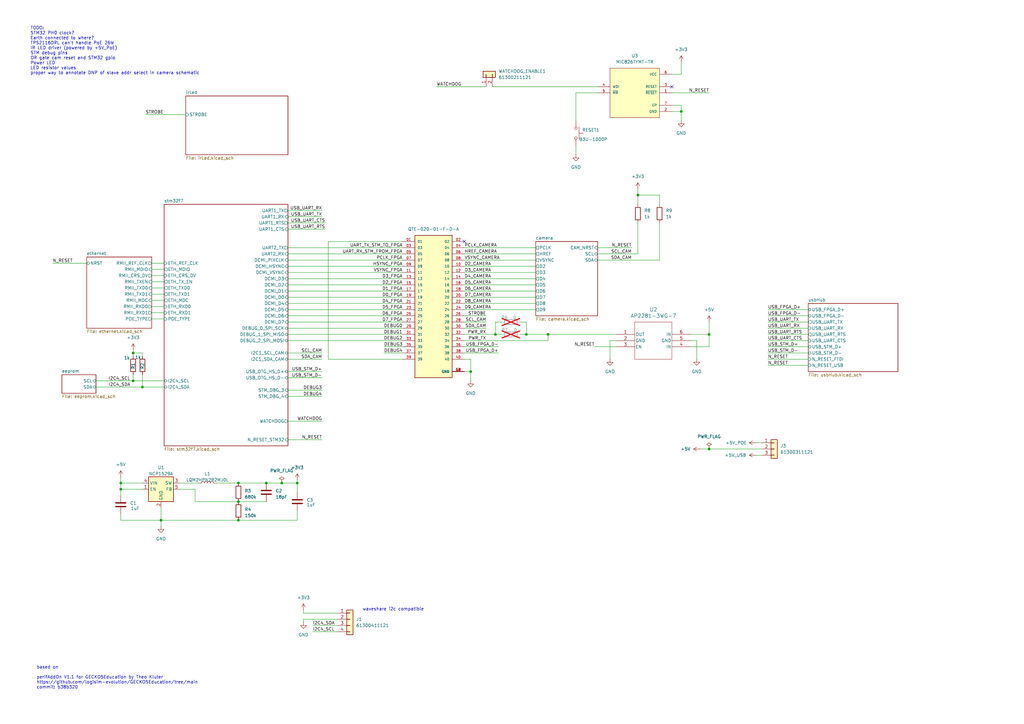
<source format=kicad_sch>
(kicad_sch (version 20231120) (generator "eeschema") (generator_version "8.0")
  (paper "A3")
  (lib_symbols
    (symbol "+5V_1" (power) (pin_numbers hide) (pin_names (offset 0) hide)
      (property "Value" "+5V" (at 0 3.556 0))
      (symbol "+5V_1_0_1"
        (polyline (pts (xy -0.762 1.27) (xy 0 2.54)))
        (polyline (pts (xy 0 0) (xy 0 2.54)))
        (polyline (pts (xy 0 2.54) (xy 0.762 1.27)))
      )
      (symbol "+5V_1_1_1"
        (pin power_in line (at 0 0 90) (length 0) (name "~") (number "1"))
      )
    )
    (symbol "+5V_2" (power) (pin_numbers hide) (pin_names (offset 0) hide)
      (property "Value" "+5V" (at 0 3.556 0))
      (symbol "+5V_2_0_1"
        (polyline (pts (xy -0.762 1.27) (xy 0 2.54)))
        (polyline (pts (xy 0 0) (xy 0 2.54)))
        (polyline (pts (xy 0 2.54) (xy 0.762 1.27)))
      )
      (symbol "+5V_2_1_1"
        (pin power_in line (at 0 0 90) (length 0) (name "~") (number "1"))
      )
    )
    (symbol "+5V_3" (power) (pin_numbers hide) (pin_names (offset 0) hide)
      (property "Value" "+5V" (at 0 3.556 0))
      (symbol "+5V_3_0_1"
        (polyline (pts (xy -0.762 1.27) (xy 0 2.54)))
        (polyline (pts (xy 0 0) (xy 0 2.54)))
        (polyline (pts (xy 0 2.54) (xy 0.762 1.27)))
      )
      (symbol "+5V_3_1_1"
        (pin power_in line (at 0 0 90) (length 0) (name "~") (number "1"))
      )
    )
    (symbol "+5V_4" (power) (pin_numbers hide) (pin_names (offset 0) hide)
      (property "Value" "+5V" (at 0 3.556 0))
      (symbol "+5V_4_0_1"
        (polyline (pts (xy -0.762 1.27) (xy 0 2.54)))
        (polyline (pts (xy 0 0) (xy 0 2.54)))
        (polyline (pts (xy 0 2.54) (xy 0.762 1.27)))
      )
      (symbol "+5V_4_1_1"
        (pin power_in line (at 0 0 90) (length 0) (name "~") (number "1"))
      )
    )
    (symbol "+5V_5" (power) (pin_numbers hide) (pin_names (offset 0) hide)
      (property "Value" "+5V" (at 0 3.556 0))
      (symbol "+5V_5_0_1"
        (polyline (pts (xy -0.762 1.27) (xy 0 2.54)))
        (polyline (pts (xy 0 0) (xy 0 2.54)))
        (polyline (pts (xy 0 2.54) (xy 0.762 1.27)))
      )
      (symbol "+5V_5_1_1"
        (pin power_in line (at 0 0 90) (length 0) (name "~") (number "1"))
      )
    )
    (symbol "AP2281-3WG-7_1" (pin_names (offset 0.254))
      (property "Reference" "U" (at 15.24 9.652 0))
      (property "Value" "AP2281-3WG-7" (at 15.494 6.604 0))
      (symbol "AP2281-3WG-7_1_0_1"
        (polyline (pts (xy 7.62 -10.16) (xy 22.86 -10.16)) (stroke (width 0.127)))
        (polyline (pts (xy 7.62 5.08) (xy 7.62 -10.16)) (stroke (width 0.127)))
        (polyline (pts (xy 22.86 -10.16) (xy 22.86 5.08)) (stroke (width 0.127)))
        (polyline (pts (xy 22.86 5.08) (xy 7.62 5.08)) (stroke (width 0.127)))
        (pin output line (at 0 0 0) (length 7.62) (name "OUT") (number "1"))
        (pin power_in line (at 0 -2.54 0) (length 7.62) (name "GND") (number "2"))
        (pin input line (at 0 -5.08 0) (length 7.62) (name "EN") (number "3"))
        (pin input line (at 30.48 -5.08 180) (length 7.62) (name "IN") (number "4"))
        (pin power_in line (at 30.48 -2.54 180) (length 7.62) (name "GND") (number "5"))
        (pin input line (at 30.48 0 180) (length 7.62) (name "IN") (number "6"))
      )
    )
    (symbol "Connector_Generic:Conn_01x02" (pin_names (offset 1.016) hide)
      (property "Reference" "J" (at 0 2.54 0))
      (property "Value" "Conn_01x02" (at 0 -5.08 0))
      (symbol "Conn_01x02_1_1"
        (rectangle (start -1.27 -2.413) (end 0 -2.667) (stroke (width 0.1524)))
        (rectangle (start -1.27 0.127) (end 0 -0.127) (stroke (width 0.1524)))
        (rectangle (start -1.27 1.27) (end 1.27 -3.81) (stroke (width 0.254)) (fill (type background)))
        (pin passive line (at -5.08 0 0) (length 3.81) (name "Pin_1") (number "1"))
        (pin passive line (at -5.08 -2.54 0) (length 3.81) (name "Pin_2") (number "2"))
      )
    )
    (symbol "Connector_Generic:Conn_01x03" (pin_names (offset 1.016) hide)
      (property "Reference" "J" (at 0 5.08 0))
      (property "Value" "Conn_01x03" (at 0 -5.08 0))
      (symbol "Conn_01x03_1_1"
        (rectangle (start -1.27 -2.413) (end 0 -2.667) (stroke (width 0.1524)))
        (rectangle (start -1.27 0.127) (end 0 -0.127) (stroke (width 0.1524)))
        (rectangle (start -1.27 2.667) (end 0 2.413) (stroke (width 0.1524)))
        (rectangle (start -1.27 3.81) (end 1.27 -3.81) (stroke (width 0.254)) (fill (type background)))
        (pin passive line (at -5.08 2.54 0) (length 3.81) (name "Pin_1") (number "1"))
        (pin passive line (at -5.08 0 0) (length 3.81) (name "Pin_2") (number "2"))
        (pin passive line (at -5.08 -2.54 0) (length 3.81) (name "Pin_3") (number "3"))
      )
    )
    (symbol "Connector_Generic:Conn_01x04" (pin_names (offset 1.016) hide)
      (property "Reference" "J" (at 0 5.08 0))
      (property "Value" "Conn_01x04" (at 0 -7.62 0))
      (symbol "Conn_01x04_1_1"
        (rectangle (start -1.27 -4.953) (end 0 -5.207) (stroke (width 0.1524)))
        (rectangle (start -1.27 -2.413) (end 0 -2.667) (stroke (width 0.1524)))
        (rectangle (start -1.27 0.127) (end 0 -0.127) (stroke (width 0.1524)))
        (rectangle (start -1.27 2.667) (end 0 2.413) (stroke (width 0.1524)))
        (rectangle (start -1.27 3.81) (end 1.27 -6.35) (stroke (width 0.254)) (fill (type background)))
        (pin passive line (at -5.08 2.54 0) (length 3.81) (name "Pin_1") (number "1"))
        (pin passive line (at -5.08 0 0) (length 3.81) (name "Pin_2") (number "2"))
        (pin passive line (at -5.08 -2.54 0) (length 3.81) (name "Pin_3") (number "3"))
        (pin passive line (at -5.08 -5.08 0) (length 3.81) (name "Pin_4") (number "4"))
      )
    )
    (symbol "Device:C" (pin_numbers hide) (pin_names (offset 0.254))
      (property "Reference" "C" (at 0.635 2.54 0))
      (property "Value" "C" (at 0.635 -2.54 0))
      (symbol "C_0_1"
        (polyline (pts (xy -2.032 -0.762) (xy 2.032 -0.762)) (stroke (width 0.508)))
        (polyline (pts (xy -2.032 0.762) (xy 2.032 0.762)) (stroke (width 0.508)))
      )
      (symbol "C_1_1"
        (pin passive line (at 0 3.81 270) (length 2.794) (name "~") (number "1"))
        (pin passive line (at 0 -3.81 90) (length 2.794) (name "~") (number "2"))
      )
    )
    (symbol "Device:L" (pin_numbers hide) (pin_names (offset 1.016) hide)
      (property "Reference" "L" (at -1.27 0 90))
      (property "Value" "L" (at 1.905 0 90))
      (symbol "L_0_1"
        (arc (start 0 -2.54) (mid 0.6323 -1.905) (end 0 -1.27))
        (arc (start 0 -1.27) (mid 0.6323 -0.635) (end 0 0))
        (arc (start 0 0) (mid 0.6323 0.635) (end 0 1.27))
        (arc (start 0 1.27) (mid 0.6323 1.905) (end 0 2.54))
      )
      (symbol "L_1_1"
        (pin passive line (at 0 3.81 270) (length 1.27) (name "1") (number "1"))
        (pin passive line (at 0 -3.81 90) (length 1.27) (name "2") (number "2"))
      )
    )
    (symbol "Device:R" (pin_numbers hide) (pin_names (offset 0))
      (property "Reference" "R" (at 2.032 0 90))
      (property "Value" "R" (at 0 0 90))
      (symbol "R_0_1"
        (rectangle (start -1.016 -2.54) (end 1.016 2.54) (stroke (width 0.254)))
      )
      (symbol "R_1_1"
        (pin passive line (at 0 3.81 270) (length 1.27) (name "~") (number "1"))
        (pin passive line (at 0 -3.81 90) (length 1.27) (name "~") (number "2"))
      )
    )
    (symbol "GND_3" (power) (pin_numbers hide) (pin_names (offset 0) hide)
      (property "Value" "GND" (at 0 -3.81 0))
      (symbol "GND_3_0_1"
        (polyline (pts (xy 0 0) (xy 0 -1.27) (xy 1.27 -1.27) (xy 0 -2.54) (xy -1.27 -1.27) (xy 0 -1.27)))
      )
      (symbol "GND_3_1_1"
        (pin power_in line (at 0 0 270) (length 0) (name "~") (number "1"))
      )
    )
    (symbol "Regulator_Switching:NCP1529A"
      (property "Reference" "U" (at -5.08 6.35 0))
      (property "Value" "NCP1529A" (at 0 6.35 0))
      (symbol "NCP1529A_0_1"
        (rectangle (start -5.08 5.08) (end 5.08 -5.08) (stroke (width 0.254)) (fill (type background)))
      )
      (symbol "NCP1529A_1_1"
        (pin input line (at -7.62 0 0) (length 2.54) (name "EN") (number "1"))
        (pin power_in line (at 0 -7.62 90) (length 2.54) (name "GND") (number "2"))
        (pin power_out line (at 7.62 2.54 180) (length 2.54) (name "SW") (number "3"))
        (pin power_in line (at -7.62 2.54 0) (length 2.54) (name "VIN") (number "4"))
        (pin input line (at 7.62 0 180) (length 2.54) (name "FB") (number "5"))
      )
    )
    (symbol "Switch:SW_Push" (pin_numbers hide) (pin_names (offset 1.016) hide)
      (property "Reference" "SW" (at 1.27 2.54 0))
      (property "Value" "SW_Push" (at 0 -1.524 0))
      (symbol "SW_Push_0_1"
        (circle (center -2.032 0) (radius 0.508))
        (polyline (pts (xy 0 1.27) (xy 0 3.048)))
        (polyline (pts (xy 2.54 1.27) (xy -2.54 1.27)))
        (circle (center 2.032 0) (radius 0.508))
        (pin passive line (at -5.08 0 0) (length 2.54) (name "1") (number "1"))
        (pin passive line (at 5.08 0 180) (length 2.54) (name "2") (number "2"))
      )
    )
    (symbol "power:+3V3" (power) (pin_numbers hide) (pin_names (offset 0) hide)
      (property "Value" "+3V3" (at 0 3.556 0))
      (symbol "+3V3_0_1"
        (polyline (pts (xy -0.762 1.27) (xy 0 2.54)))
        (polyline (pts (xy 0 0) (xy 0 2.54)))
        (polyline (pts (xy 0 2.54) (xy 0.762 1.27)))
      )
      (symbol "+3V3_1_1"
        (pin power_in line (at 0 0 90) (length 0) (name "~") (number "1"))
      )
    )
    (symbol "power:PWR_FLAG" (power) (pin_numbers hide) (pin_names (offset 0) hide)
      (property "Value" "PWR_FLAG" (at 0 3.81 0))
      (symbol "PWR_FLAG_0_0"
        (pin power_out line (at 0 0 90) (length 0) (name "~") (number "1"))
      )
      (symbol "PWR_FLAG_0_1"
        (polyline (pts (xy 0 0) (xy 0 1.27) (xy -1.016 1.905) (xy 0 2.54) (xy 1.016 1.905) (xy 0 1.27)))
      )
    )
    (symbol "visionAddOn:MIC826TYMT-TR" (pin_names (offset 1.016))
      (property "Reference" "U" (at -10.16 10.922 0))
      (property "Value" "MIC826TYMT-TR" (at -10.16 -12.7 0))
      (symbol "MIC826TYMT-TR_0_0"
        (rectangle (start -10.16 -10.16) (end 10.16 10.16) (stroke (width 0.1524)) (fill (type background)))
        (pin output line (at 15.24 0 180) (length 5.08) (name "~{RESET}") (number "1"))
        (pin power_in line (at 15.24 -7.62 180) (length 5.08) (name "GND") (number "2"))
        (pin output line (at 15.24 2.54 180) (length 5.08) (name "RESET") (number "3"))
        (pin input line (at -15.24 2.54 0) (length 5.08) (name "WDI") (number "4"))
        (pin input line (at -15.24 0 0) (length 5.08) (name "~{MR}") (number "5"))
        (pin power_in line (at 15.24 7.62 180) (length 5.08) (name "VCC") (number "6"))
        (pin power_in line (at 15.24 -5.08 180) (length 5.08) (name "EP") (number "7"))
      )
    )
    (symbol "visionAddOn:QTE-020-01-X-D-A" (pin_names (offset 1.016))
      (property "Reference" "J" (at -7.62 28.702 0))
      (property "Value" "QTE-020-01-X-D-A" (at -7.62 -31.242 0))
      (symbol "QTE-020-01-X-D-A_0_0"
        (rectangle (start -7.62 27.94) (end 7.62 -30.48) (stroke (width 0.254)) (fill (type background)))
        (pin passive line (at -12.7 25.4 0) (length 5.08) (name "01") (number "01"))
        (pin passive line (at 12.7 25.4 180) (length 5.08) (name "02") (number "02"))
        (pin passive line (at -12.7 22.86 0) (length 5.08) (name "03") (number "03"))
        (pin passive line (at 12.7 22.86 180) (length 5.08) (name "04") (number "04"))
        (pin passive line (at -12.7 20.32 0) (length 5.08) (name "05") (number "05"))
        (pin passive line (at 12.7 20.32 180) (length 5.08) (name "06") (number "06"))
        (pin passive line (at -12.7 17.78 0) (length 5.08) (name "07") (number "07"))
        (pin passive line (at 12.7 17.78 180) (length 5.08) (name "08") (number "08"))
        (pin passive line (at -12.7 15.24 0) (length 5.08) (name "09") (number "09"))
        (pin passive line (at 12.7 15.24 180) (length 5.08) (name "10") (number "10"))
        (pin passive line (at -12.7 12.7 0) (length 5.08) (name "11") (number "11"))
        (pin passive line (at 12.7 12.7 180) (length 5.08) (name "12") (number "12"))
        (pin passive line (at -12.7 10.16 0) (length 5.08) (name "13") (number "13"))
        (pin passive line (at 12.7 10.16 180) (length 5.08) (name "14") (number "14"))
        (pin passive line (at -12.7 7.62 0) (length 5.08) (name "15") (number "15"))
        (pin passive line (at 12.7 7.62 180) (length 5.08) (name "16") (number "16"))
        (pin passive line (at -12.7 5.08 0) (length 5.08) (name "17") (number "17"))
        (pin passive line (at 12.7 5.08 180) (length 5.08) (name "18") (number "18"))
        (pin passive line (at -12.7 2.54 0) (length 5.08) (name "19") (number "19"))
        (pin passive line (at 12.7 2.54 180) (length 5.08) (name "20") (number "20"))
        (pin passive line (at -12.7 0 0) (length 5.08) (name "21") (number "21"))
        (pin passive line (at 12.7 0 180) (length 5.08) (name "22") (number "22"))
        (pin passive line (at -12.7 -2.54 0) (length 5.08) (name "23") (number "23"))
        (pin passive line (at 12.7 -2.54 180) (length 5.08) (name "24") (number "24"))
        (pin passive line (at -12.7 -5.08 0) (length 5.08) (name "25") (number "25"))
        (pin passive line (at 12.7 -5.08 180) (length 5.08) (name "26") (number "26"))
        (pin passive line (at -12.7 -7.62 0) (length 5.08) (name "27") (number "27"))
        (pin passive line (at 12.7 -7.62 180) (length 5.08) (name "28") (number "28"))
        (pin passive line (at -12.7 -10.16 0) (length 5.08) (name "29") (number "29"))
        (pin passive line (at 12.7 -10.16 180) (length 5.08) (name "30") (number "30"))
        (pin passive line (at -12.7 -12.7 0) (length 5.08) (name "31") (number "31"))
        (pin passive line (at 12.7 -12.7 180) (length 5.08) (name "32") (number "32"))
        (pin passive line (at -12.7 -15.24 0) (length 5.08) (name "33") (number "33"))
        (pin passive line (at 12.7 -15.24 180) (length 5.08) (name "34") (number "34"))
        (pin passive line (at -12.7 -17.78 0) (length 5.08) (name "35") (number "35"))
        (pin passive line (at 12.7 -17.78 180) (length 5.08) (name "36") (number "36"))
        (pin passive line (at -12.7 -20.32 0) (length 5.08) (name "37") (number "37"))
        (pin passive line (at 12.7 -20.32 180) (length 5.08) (name "38") (number "38"))
        (pin passive line (at -12.7 -22.86 0) (length 5.08) (name "39") (number "39"))
        (pin passive line (at 12.7 -22.86 180) (length 5.08) (name "40") (number "40"))
        (pin power_in line (at 12.7 -27.94 180) (length 5.08) (name "GND") (number "G1"))
        (pin power_in line (at 12.7 -27.94 180) (length 5.08) (name "GND") (number "G2"))
        (pin power_in line (at 12.7 -27.94 180) (length 5.08) (name "GND") (number "G3"))
        (pin power_in line (at 12.7 -27.94 180) (length 5.08) (name "GND") (number "G4"))
      )
    )
  )
  (junction (at 224.79 137.16))
  (junction (at 49.53 200.66))
  (junction (at 97.79 213.36))
  (junction (at 290.83 137.16))
  (junction (at 66.04 213.36))
  (junction (at 279.4 45.72))
  (junction (at 290.83 184.15))
  (junction (at 193.04 152.4))
  (junction (at 109.22 198.12))
  (junction (at 121.92 198.12))
  (junction (at 261.62 80.01))
  (junction (at 97.79 198.12))
  (junction (at 115.57 198.12))
  (junction (at 97.79 205.74))
  (junction (at 49.53 198.12))
  (junction (at 215.9 137.16))
  (junction (at 54.61 156.21))
  (junction (at 58.42 158.75))
  (junction (at 54.61 144.78))
  (junction (at 203.2 137.16))
  (no_connect (at 275.59 35.56))
  (no_connect (at 190.5 99.06))
  (wire (pts (xy 157.48 144.78) (xy 165.1 144.78)))
  (wire (pts (xy 62.23 130.81) (xy 67.31 130.81)))
  (wire (pts (xy 59.69 46.99) (xy 76.2 46.99)))
  (wire (pts (xy 134.62 147.32) (xy 165.1 147.32)))
  (wire (pts (xy 58.42 158.75) (xy 67.31 158.75)))
  (wire (pts (xy 279.4 45.72) (xy 275.59 45.72)))
  (wire (pts (xy 54.61 156.21) (xy 67.31 156.21)))
  (wire (pts (xy 314.96 134.62) (xy 331.47 134.62)))
  (wire (pts (xy 314.96 142.24) (xy 331.47 142.24)))
  (wire (pts (xy 118.11 152.4) (xy 132.08 152.4)))
  (wire (pts (xy 215.9 132.08) (xy 215.9 137.16)))
  (wire (pts (xy 118.11 172.72) (xy 132.08 172.72)))
  (wire (pts (xy 128.27 259.08) (xy 138.43 259.08)))
  (wire (pts (xy 118.11 114.3) (xy 165.1 114.3)))
  (wire (pts (xy 261.62 77.47) (xy 261.62 80.01)))
  (wire (pts (xy 66.04 215.9) (xy 66.04 213.36)))
  (wire (pts (xy 190.5 106.68) (xy 219.71 106.68)))
  (wire (pts (xy 80.01 200.66) (xy 80.01 205.74)))
  (wire (pts (xy 58.42 200.66) (xy 49.53 200.66)))
  (wire (pts (xy 62.23 118.11) (xy 67.31 118.11)))
  (wire (pts (xy 236.22 38.1) (xy 245.11 38.1)))
  (wire (pts (xy 314.96 132.08) (xy 331.47 132.08)))
  (wire (pts (xy 124.46 254) (xy 138.43 254)))
  (wire (pts (xy 193.04 152.4) (xy 193.04 156.21)))
  (wire (pts (xy 118.11 109.22) (xy 165.1 109.22)))
  (wire (pts (xy 190.5 119.38) (xy 219.71 119.38)))
  (wire (pts (xy 215.9 137.16) (xy 224.79 137.16)))
  (wire (pts (xy 121.92 213.36) (xy 97.79 213.36)))
  (wire (pts (xy 49.53 198.12) (xy 49.53 200.66)))
  (wire (pts (xy 309.88 181.61) (xy 312.42 181.61)))
  (wire (pts (xy 204.47 144.78) (xy 190.5 144.78)))
  (wire (pts (xy 290.83 184.15) (xy 312.42 184.15)))
  (wire (pts (xy 190.5 104.14) (xy 219.71 104.14)))
  (wire (pts (xy 62.23 120.65) (xy 67.31 120.65)))
  (wire (pts (xy 190.5 147.32) (xy 193.04 147.32)))
  (wire (pts (xy 250.19 139.7) (xy 250.19 147.32)))
  (wire (pts (xy 190.5 101.6) (xy 219.71 101.6)))
  (wire (pts (xy 190.5 111.76) (xy 219.71 111.76)))
  (wire (pts (xy 121.92 198.12) (xy 115.57 198.12)))
  (wire (pts (xy 49.53 195.58) (xy 49.53 198.12)))
  (wire (pts (xy 134.62 99.06) (xy 134.62 147.32)))
  (wire (pts (xy 49.53 213.36) (xy 66.04 213.36)))
  (wire (pts (xy 236.22 38.1) (xy 236.22 49.53)))
  (wire (pts (xy 287.02 184.15) (xy 290.83 184.15)))
  (wire (pts (xy 49.53 210.82) (xy 49.53 213.36)))
  (wire (pts (xy 62.23 110.49) (xy 67.31 110.49)))
  (wire (pts (xy 118.11 139.7) (xy 165.1 139.7)))
  (wire (pts (xy 62.23 128.27) (xy 67.31 128.27)))
  (wire (pts (xy 314.96 129.54) (xy 331.47 129.54)))
  (wire (pts (xy 21.59 107.95) (xy 35.56 107.95)))
  (wire (pts (xy 66.04 208.28) (xy 66.04 213.36)))
  (wire (pts (xy 190.5 139.7) (xy 224.79 139.7)))
  (wire (pts (xy 275.59 30.48) (xy 279.4 30.48)))
  (wire (pts (xy 62.23 113.03) (xy 67.31 113.03)))
  (wire (pts (xy 118.11 127) (xy 165.1 127)))
  (wire (pts (xy 279.4 43.18) (xy 279.4 45.72)))
  (wire (pts (xy 97.79 205.74) (xy 109.22 205.74)))
  (wire (pts (xy 270.51 80.01) (xy 270.51 83.82)))
  (wire (pts (xy 314.96 127) (xy 331.47 127)))
  (wire (pts (xy 309.88 186.69) (xy 312.42 186.69)))
  (wire (pts (xy 39.37 156.21) (xy 54.61 156.21)))
  (wire (pts (xy 213.36 132.08) (xy 215.9 132.08)))
  (wire (pts (xy 245.11 106.68) (xy 270.51 106.68)))
  (wire (pts (xy 62.23 115.57) (xy 67.31 115.57)))
  (wire (pts (xy 224.79 137.16) (xy 252.73 137.16)))
  (wire (pts (xy 39.37 158.75) (xy 58.42 158.75)))
  (wire (pts (xy 213.36 137.16) (xy 215.9 137.16)))
  (wire (pts (xy 121.92 209.55) (xy 121.92 213.36)))
  (wire (pts (xy 58.42 144.78) (xy 58.42 146.05)))
  (wire (pts (xy 121.92 201.93) (xy 121.92 198.12)))
  (wire (pts (xy 193.04 147.32) (xy 193.04 152.4)))
  (wire (pts (xy 190.5 116.84) (xy 219.71 116.84)))
  (wire (pts (xy 62.23 107.95) (xy 67.31 107.95)))
  (wire (pts (xy 205.74 132.08) (xy 203.2 132.08)))
  (wire (pts (xy 261.62 80.01) (xy 270.51 80.01)))
  (wire (pts (xy 275.59 43.18) (xy 279.4 43.18)))
  (wire (pts (xy 203.2 132.08) (xy 203.2 137.16)))
  (wire (pts (xy 118.11 180.34) (xy 132.08 180.34)))
  (wire (pts (xy 157.48 142.24) (xy 165.1 142.24)))
  (wire (pts (xy 279.4 30.48) (xy 279.4 25.4)))
  (wire (pts (xy 118.11 124.46) (xy 165.1 124.46)))
  (wire (pts (xy 279.4 45.72) (xy 279.4 49.53)))
  (wire (pts (xy 245.11 101.6) (xy 259.08 101.6)))
  (wire (pts (xy 97.79 198.12) (xy 109.22 198.12)))
  (wire (pts (xy 199.39 132.08) (xy 190.5 132.08)))
  (wire (pts (xy 283.21 139.7) (xy 285.75 139.7)))
  (wire (pts (xy 190.5 124.46) (xy 219.71 124.46)))
  (wire (pts (xy 118.11 134.62) (xy 165.1 134.62)))
  (wire (pts (xy 118.11 160.02) (xy 132.08 160.02)))
  (wire (pts (xy 314.96 139.7) (xy 331.47 139.7)))
  (wire (pts (xy 118.11 93.98) (xy 133.35 93.98)))
  (wire (pts (xy 290.83 142.24) (xy 283.21 142.24)))
  (wire (pts (xy 118.11 111.76) (xy 165.1 111.76)))
  (wire (pts (xy 236.22 59.69) (xy 236.22 63.5)))
  (wire (pts (xy 118.11 154.94) (xy 132.08 154.94)))
  (wire (pts (xy 62.23 123.19) (xy 67.31 123.19)))
  (wire (pts (xy 118.11 119.38) (xy 165.1 119.38)))
  (wire (pts (xy 285.75 139.7) (xy 285.75 147.32)))
  (wire (pts (xy 190.5 121.92) (xy 219.71 121.92)))
  (wire (pts (xy 261.62 91.44) (xy 261.62 104.14)))
  (wire (pts (xy 118.11 116.84) (xy 165.1 116.84)))
  (wire (pts (xy 73.66 198.12) (xy 81.28 198.12)))
  (wire (pts (xy 118.11 129.54) (xy 165.1 129.54)))
  (wire (pts (xy 190.5 114.3) (xy 219.71 114.3)))
  (wire (pts (xy 62.23 125.73) (xy 67.31 125.73)))
  (wire (pts (xy 128.27 256.54) (xy 138.43 256.54)))
  (wire (pts (xy 134.62 99.06) (xy 165.1 99.06)))
  (wire (pts (xy 54.61 143.51) (xy 54.61 144.78)))
  (wire (pts (xy 118.11 91.44) (xy 133.35 91.44)))
  (wire (pts (xy 124.46 255.27) (xy 124.46 254)))
  (wire (pts (xy 124.46 251.46) (xy 138.43 251.46)))
  (wire (pts (xy 49.53 198.12) (xy 58.42 198.12)))
  (wire (pts (xy 245.11 104.14) (xy 261.62 104.14)))
  (wire (pts (xy 118.11 88.9) (xy 132.08 88.9)))
  (wire (pts (xy 118.11 147.32) (xy 132.08 147.32)))
  (wire (pts (xy 118.11 101.6) (xy 165.1 101.6)))
  (wire (pts (xy 190.5 109.22) (xy 219.71 109.22)))
  (wire (pts (xy 73.66 200.66) (xy 80.01 200.66)))
  (wire (pts (xy 66.04 213.36) (xy 97.79 213.36)))
  (wire (pts (xy 179.07 35.56) (xy 199.39 35.56)))
  (wire (pts (xy 261.62 83.82) (xy 261.62 80.01)))
  (wire (pts (xy 88.9 198.12) (xy 97.79 198.12)))
  (wire (pts (xy 203.2 137.16) (xy 205.74 137.16)))
  (wire (pts (xy 201.93 35.56) (xy 245.11 35.56)))
  (wire (pts (xy 118.11 162.56) (xy 132.08 162.56)))
  (wire (pts (xy 121.92 196.85) (xy 121.92 198.12)))
  (wire (pts (xy 118.11 121.92) (xy 165.1 121.92)))
  (wire (pts (xy 199.39 134.62) (xy 190.5 134.62)))
  (wire (pts (xy 270.51 91.44) (xy 270.51 106.68)))
  (wire (pts (xy 118.11 86.36) (xy 132.08 86.36)))
  (wire (pts (xy 118.11 106.68) (xy 165.1 106.68)))
  (wire (pts (xy 54.61 144.78) (xy 58.42 144.78)))
  (wire (pts (xy 80.01 205.74) (xy 97.79 205.74)))
  (wire (pts (xy 314.96 149.86) (xy 331.47 149.86)))
  (wire (pts (xy 118.11 132.08) (xy 165.1 132.08)))
  (wire (pts (xy 124.46 250.19) (xy 124.46 251.46)))
  (wire (pts (xy 190.5 127) (xy 219.71 127)))
  (wire (pts (xy 314.96 147.32) (xy 331.47 147.32)))
  (wire (pts (xy 190.5 137.16) (xy 203.2 137.16)))
  (wire (pts (xy 252.73 139.7) (xy 250.19 139.7)))
  (wire (pts (xy 314.96 144.78) (xy 331.47 144.78)))
  (wire (pts (xy 118.11 144.78) (xy 132.08 144.78)))
  (wire (pts (xy 58.42 153.67) (xy 58.42 158.75)))
  (wire (pts (xy 118.11 104.14) (xy 165.1 104.14)))
  (wire (pts (xy 204.47 142.24) (xy 190.5 142.24)))
  (wire (pts (xy 54.61 144.78) (xy 54.61 146.05)))
  (wire (pts (xy 199.39 129.54) (xy 190.5 129.54)))
  (wire (pts (xy 290.83 137.16) (xy 290.83 142.24)))
  (wire (pts (xy 49.53 200.66) (xy 49.53 203.2)))
  (wire (pts (xy 275.59 38.1) (xy 290.83 38.1)))
  (wire (pts (xy 190.5 152.4) (xy 193.04 152.4)))
  (wire (pts (xy 283.21 137.16) (xy 290.83 137.16)))
  (wire (pts (xy 224.79 137.16) (xy 224.79 139.7)))
  (wire (pts (xy 243.84 142.24) (xy 252.73 142.24)))
  (wire (pts (xy 290.83 132.08) (xy 290.83 137.16)))
  (wire (pts (xy 118.11 137.16) (xy 165.1 137.16)))
  (wire (pts (xy 54.61 153.67) (xy 54.61 156.21)))
  (wire (pts (xy 115.57 198.12) (xy 109.22 198.12)))
  (wire (pts (xy 314.96 137.16) (xy 331.47 137.16)))
  (text "waveshare i2c compatible\n" (at 161.29 249.936 0) (effects (font (size 1.27 1.27))))
  (text "TODO:\nSTM32 PH0 clock?\nEarth connected to where?\nTPS2116DRL can't handle PoE 26W\nIR LED driver (powered by +5V_PoE)\nSTM debug pins\nOR gate cam reset and STM32 gpio\nPower LED\nLED resistor values\nproper way to annotate DNP of slave addr select in camera schematic" (at 12.446 20.828 0) (effects (font (size 1.27 1.27)) (justify left)))
  (text "based on\n\nperifAddOn V1.1 for GECKO5Education by Theo Kluter\nhttps://github.com/logisim-evolution/GECKO5Education/tree/main\ncommit: b38b320" (at 14.986 277.876 0) (effects (font (size 1.27 1.27)) (justify left)))
  (label "UART_RX_STM_FROM_FPGA" (at 165.1 104.14 180))
  (label "D5_CAMERA" (at 190.5 116.84 0))
  (label "SDA_CAM" (at 259.08 106.68 180))
  (label "HSYNC_FPGA" (at 165.1 109.22 180))
  (label "USB_UART_RTS" (at 133.35 93.98 180))
  (label "N_RESET" (at 314.96 147.32 0))
  (label "N_RESET" (at 314.96 149.86 0))
  (label "HREF_CAMERA" (at 190.5 104.14 0))
  (label "SDA_CAM" (at 199.39 134.62 180))
  (label "USB_STM_D-" (at 314.96 144.78 0))
  (label "DEBUG2" (at 165.1 139.7 180))
  (label "DEBUG3" (at 132.08 160.02 180))
  (label "STROBE" (at 59.69 46.99 0))
  (label "USB_STM_D+" (at 132.08 152.4 180))
  (label "DEBUG4" (at 132.08 162.56 180))
  (label "USB_STM_D-" (at 132.08 154.94 180))
  (label "DEBUG4" (at 157.48 144.78 0))
  (label "USB_STM_D+" (at 314.96 142.24 0))
  (label "D9_CAMERA" (at 190.5 127 0))
  (label "USB_UART_RTS" (at 314.96 137.16 0))
  (label "D8_CAMERA" (at 190.5 124.46 0))
  (label "PWR_RX" (at 199.39 137.16 180))
  (label "D0_FPGA" (at 165.1 121.92 180))
  (label "USB_FPGA_D-" (at 204.47 142.24 180))
  (label "USB_FPGA_D-" (at 314.96 129.54 0))
  (label "D7_CAMERA" (at 190.5 121.92 0))
  (label "D6_FPGA" (at 165.1 129.54 180))
  (label "D6_CAMERA" (at 190.5 119.38 0))
  (label "PCLK_CAMERA" (at 190.5 101.6 0))
  (label "I2C4_SCL" (at 44.45 156.21 0))
  (label "SDA_CAM" (at 132.08 147.32 180))
  (label "USB_UART_CTS" (at 314.96 139.7 0))
  (label "USB_FPGA_D+" (at 314.96 127 0))
  (label "DEBUG1" (at 165.1 137.16 180))
  (label "USB_FPGA_D+" (at 204.47 144.78 180))
  (label "WATCHDOG" (at 179.07 35.56 0))
  (label "USB_UART_RX" (at 314.96 134.62 0))
  (label "D5_FPGA" (at 165.1 127 180))
  (label "N_RESET" (at 259.08 101.6 180))
  (label "USB_UART_CTS" (at 133.35 91.44 180))
  (label "UART_TX_STM_TO_FPGA" (at 165.1 101.6 180))
  (label "I2C4_SDA" (at 44.45 158.75 0))
  (label "D2_FPGA" (at 165.1 116.84 180))
  (label "D3_FPGA" (at 165.1 114.3 180))
  (label "SCL_CAM" (at 132.08 144.78 180))
  (label "USB_UART_RX" (at 132.08 86.36 180))
  (label "PWR_TX" (at 199.39 139.7 180))
  (label "SCL_CAM" (at 199.39 132.08 180))
  (label "D4_FPGA" (at 165.1 124.46 180))
  (label "VSYNC_FPGA" (at 165.1 111.76 180))
  (label "N_RESET" (at 290.83 38.1 180))
  (label "D3_CAMERA" (at 190.5 111.76 0))
  (label "N_RESET" (at 132.08 180.34 180))
  (label "WATCHDOG" (at 132.08 172.72 180))
  (label "N_RESET" (at 243.84 142.24 180))
  (label "D2_CAMERA" (at 190.5 109.22 0))
  (label "SCL_CAM" (at 259.08 104.14 180))
  (label "DEBUG0" (at 165.1 134.62 180))
  (label "DEBUG3" (at 157.48 142.24 0))
  (label "D1_FPGA" (at 165.1 119.38 180))
  (label "USB_UART_TX" (at 132.08 88.9 180))
  (label "PCLK_FPGA" (at 165.1 106.68 180))
  (label "VSYNC_CAMERA" (at 190.5 106.68 0))
  (label "D7_FPGA" (at 165.1 132.08 180))
  (label "STROBE" (at 199.39 129.54 180))
  (label "USB_UART_TX" (at 314.96 132.08 0))
  (label "D4_CAMERA" (at 190.5 114.3 0))
  (label "I2C4_SDA" (at 128.27 256.54 0))
  (label "N_RESET" (at 21.59 107.95 0))
  (label "I2C4_SCL" (at 128.27 259.08 0))
  (symbol (lib_id "power:+3V3") (at 279.4 25.4 0) (unit 1)
    (property "Reference" "#PWR012" (effects (hide yes)))
    (property "Value" "+3V3" (at 279.4 20.32 0))
    (property "Description" "Power symbol creates a global label with name \"+3V3\"" (effects (hide yes)))
  )
  (symbol (lib_id "power:+3V3") (at 54.61 143.51 0) (unit 1)
    (property "Reference" "#PWR02" (effects (hide yes)))
    (property "Value" "+3V3" (at 54.61 138.43 0))
    (property "Description" "Power symbol creates a global label with name \"+3V3\"" (effects (hide yes)))
  )
  (symbol (lib_name "GND_3") (lib_id "power:GND") (at 193.04 156.21 0) (unit 1)
    (property "Reference" "#PWR08" (effects (hide yes)))
    (property "Value" "GND" (at 193.04 161.29 0))
    (property "Description" "Power symbol creates a global label with name \"GND\" , ground" (effects (hide yes)))
  )
  (symbol (lib_id "Device:R") (at 261.62 87.63 0) (unit 1)
    (property "Reference" "R8" (at 264.16 86.3599 0) (effects (justify left)))
    (property "Value" "1k" (at 264.16 88.8999 0) (effects (justify left)))
    (property "Footprint" "Resistor_SMD:R_0402_1005Metric" (effects (hide yes)))
    (property "Description" "Resistor" (effects (hide yes)))
    (property "DigiKey-Partnumber" "311-1.0KJRTR-ND" (effects (hide yes)))
    (property "CUBUS" "1K RESC1005X35" (effects (hide yes)))
  )
  (symbol (lib_id "power:+3V3") (at 261.62 77.47 0) (unit 1)
    (property "Reference" "#PWR011" (effects (hide yes)))
    (property "Value" "+3V3" (at 261.62 72.39 0))
    (property "Description" "Power symbol creates a global label with name \"+3V3\"" (effects (hide yes)))
  )
  (symbol (lib_id "Device:R") (at 209.55 132.08 90) (unit 1) (dnp yes)
    (property "Reference" "R6" (at 208.28 129.54 90) (effects (justify left bottom)))
    (property "Value" "0" (at 211.836 129.54 90) (effects (justify left bottom)))
    (property "Footprint" "Resistor_SMD:R_0402_1005Metric" (effects (hide yes)))
    (property "Manufacturer" "Panasonic" (effects (hide yes)))
    (property "DigiKey-Partnumber" "311-0.0JRTR-ND" (effects (hide yes)))
    (property "CUBUS" "0 RESC1005X35" (effects (hide yes)))
  )
  (symbol (lib_name "+5V_3") (lib_id "power:+5V") (at 309.88 186.69 90) (unit 1)
    (property "Reference" "#PWR018" (effects (hide yes)))
    (property "Value" "+5V_USB" (at 306.07 186.69 90) (effects (justify left)))
    (property "Description" "Power symbol creates a global label with name \"+5V\"" (effects (hide yes)))
  )
  (symbol (lib_id "Device:C") (at 121.92 205.74 0) (unit 1)
    (property "Reference" "C3" (at 125.73 205.105 0) (effects (justify left)))
    (property "Value" "1uF" (at 125.73 207.01 0) (effects (justify left)))
    (property "Footprint" "Capacitor_SMD:C_0603_1608Metric" (effects (hide yes)))
    (property "DigiKey-Partnumber" "445-4112-2-ND" (effects (hide yes)))
    (property "CUBUS" "1U CAPC1608X80" (effects (hide yes)))
  )
  (symbol (lib_id "Device:R") (at 270.51 87.63 0) (unit 1)
    (property "Reference" "R9" (at 273.05 86.3599 0) (effects (justify left)))
    (property "Value" "1k" (at 273.05 88.8999 0) (effects (justify left)))
    (property "Footprint" "Resistor_SMD:R_0402_1005Metric" (effects (hide yes)))
    (property "Description" "Resistor" (effects (hide yes)))
    (property "DigiKey-Partnumber" "311-1.0KJRTR-ND" (effects (hide yes)))
    (property "CUBUS" "1K RESC1005X35" (effects (hide yes)))
  )
  (symbol (lib_id "Device:C") (at 49.53 207.01 0) (unit 1)
    (property "Reference" "C1" (at 53.34 206.375 0) (effects (justify left)))
    (property "Value" "1uF" (at 53.594 208.534 0) (effects (justify left)))
    (property "Footprint" "Capacitor_SMD:C_0603_1608Metric" (effects (hide yes)))
    (property "DigiKey-Partnumber" "445-4112-2-ND" (effects (hide yes)))
    (property "CUBUS" "1U CAPC1608X80" (effects (hide yes)))
  )
  (symbol (lib_id "Connector_Generic:Conn_01x02") (at 199.39 30.48 90) (unit 1)
    (property "Reference" "WATCHDOG_ENABLE1" (at 204.47 29.2099 90) (effects (justify right)))
    (property "Value" "61300211121" (at 204.47 31.7499 90) (effects (justify right)))
    (property "Footprint" "Connector_PinHeader_2.54mm:PinHeader_1x02_P2.54mm_Vertical" (effects (hide yes)))
    (property "Datasheet" "https://www.we-online.com/components/products/datasheet/61300211121.pdf" (effects (hide yes)))
    (property "Description" "Generic connector, single row, 01x02, script generated (kicad-library-utils/schlib/autogen/connector/)" (effects (hide yes)))
    (property "DigiKey-Partnumber" "732-5315-ND" (effects (hide yes)))
  )
  (symbol (lib_name "+5V_4") (lib_id "power:+5V") (at 287.02 184.15 90) (unit 1)
    (property "Reference" "#PWR015" (effects (hide yes)))
    (property "Value" "+5V" (at 283.21 184.1499 90) (effects (justify left)))
    (property "Description" "Power symbol creates a global label with name \"+5V\"" (effects (hide yes)))
  )
  (symbol (lib_id "power:+3V3") (at 121.92 196.85 0) (unit 1)
    (property "Reference" "#PWR04" (effects (hide yes)))
    (property "Value" "+3V3" (at 121.92 191.77 0))
    (property "Description" "Power symbol creates a global label with name \"+3V3\"" (effects (hide yes)))
  )
  (symbol (lib_name "GND_3") (lib_id "power:GND") (at 279.4 49.53 0) (unit 1)
    (property "Reference" "#PWR013" (effects (hide yes)))
    (property "Value" "GND" (at 279.4 54.61 0))
    (property "Description" "Power symbol creates a global label with name \"GND\" , ground" (effects (hide yes)))
  )
  (symbol (lib_name "+5V_2") (lib_id "power:+5V") (at 309.88 181.61 90) (unit 1)
    (property "Reference" "#PWR017" (effects (hide yes)))
    (property "Value" "+5V_POE" (at 306.324 181.61 90) (effects (justify left)))
    (property "Description" "Power symbol creates a global label with name \"+5V\"" (effects (hide yes)))
  )
  (symbol (lib_id "power:PWR_FLAG") (at 115.57 198.12 0) (unit 1)
    (property "Reference" "#FLG01" (effects (hide yes)))
    (property "Value" "PWR_FLAG" (at 115.57 193.04 0))
    (property "Description" "Special symbol for telling ERC where power comes from" (effects (hide yes)))
  )
  (symbol (lib_id "Device:C") (at 109.22 201.93 0) (unit 1)
    (property "Reference" "C2" (at 113.03 201.295 0) (effects (justify left)))
    (property "Value" "18pF" (at 113.03 203.835 0) (effects (justify left)))
    (property "Footprint" "Capacitor_SMD:C_0402_1005Metric" (effects (hide yes)))
    (property "DigiKey-Partnumber" "490-8082-2-ND" (effects (hide yes)))
    (property "CUBUS" "18P CAPC1005X50" (effects (hide yes)))
  )
  (symbol (lib_id "Device:L") (at 85.09 198.12 90) (unit 1)
    (property "Reference" "L1" (at 85.09 194.31 90))
    (property "Value" "LQM2HPN2R2MJ0L" (at 85.09 196.85 90))
    (property "Footprint" "visionAddOn:LQM2HPN2R2MJ0L" (effects (hide yes)))
    (property "DigiKey-Partnumber" "490-6700-2-ND" (effects (hide yes)))
  )
  (symbol (lib_name "GND_3") (lib_id "power:GND") (at 124.46 255.27 0) (unit 1)
    (property "Reference" "#PWR06" (effects (hide yes)))
    (property "Value" "GND" (at 124.46 260.35 0))
    (property "Description" "Power symbol creates a global label with name \"GND\" , ground" (effects (hide yes)))
  )
  (symbol (lib_id "Device:R") (at 58.42 149.86 0) (unit 1)
    (property "Reference" "R2" (at 58.42 150.114 90))
    (property "Value" "1k" (at 56.642 146.558 0))
    (property "Footprint" "Resistor_SMD:R_0402_1005Metric" (effects (hide yes)))
    (property "DigiKey-Partnumber" "311-1.0KJRTR-ND" (effects (hide yes)))
    (property "CUBUS" "1K RESC1005X35" (effects (hide yes)))
  )
  (symbol (lib_id "power:+3V3") (at 124.46 250.19 0) (unit 1)
    (property "Reference" "#PWR05" (effects (hide yes)))
    (property "Value" "+3V3" (at 124.46 245.11 0))
    (property "Description" "Power symbol creates a global label with name \"+3V3\"" (effects (hide yes)))
  )
  (symbol (lib_name "GND_3") (lib_id "power:GND") (at 236.22 63.5 0) (unit 1)
    (property "Reference" "#PWR09" (effects (hide yes)))
    (property "Value" "GND" (at 236.22 68.58 0))
    (property "Description" "Power symbol creates a global label with name \"GND\" , ground" (effects (hide yes)))
  )
  (symbol (lib_id "visionAddOn:QTE-020-01-X-D-A") (at 177.8 124.46 0) (unit 1)
    (property "Reference" "J2" (effects (hide yes)))
    (property "Value" "QTE-020-01-F-D-A" (at 177.8 93.98 0))
    (property "Footprint" "visionAddOn:SAMTEC_QTE-020-01-X-D-A" (effects (hide yes)))
    (property "STANDARD" "Manufacturer Recommendations" (effects (hide yes)))
    (property "DigiKey-Partnumber" "612-QTE-020-01-F-D-A-TR-ND" (effects (hide yes)))
  )
  (symbol (lib_id "Device:R") (at 209.55 137.16 90) (unit 1) (dnp yes)
    (property "Reference" "R7" (at 208.28 134.62 90) (effects (justify left bottom)))
    (property "Value" "0" (at 212.09 134.62 90) (effects (justify left bottom)))
    (property "Footprint" "Resistor_SMD:R_0402_1005Metric" (effects (hide yes)))
    (property "Manufacturer" "Panasonic" (effects (hide yes)))
    (property "DigiKey-Partnumber" "311-0.0JRTR-ND" (effects (hide yes)))
    (property "CUBUS" "0 RESC1005X35" (effects (hide yes)))
  )
  (symbol (lib_name "+5V_5") (lib_id "power:+5V") (at 49.53 195.58 0) (unit 1)
    (property "Reference" "#PWR01" (effects (hide yes)))
    (property "Value" "+5V" (at 49.53 190.5 0))
    (property "Description" "Power symbol creates a global label with name \"+5V\"" (effects (hide yes)))
  )
  (symbol (lib_name "GND_3") (lib_id "power:GND") (at 250.19 147.32 0) (unit 1)
    (property "Reference" "#PWR010" (effects (hide yes)))
    (property "Value" "GND" (at 250.19 152.4 0))
    (property "Description" "Power symbol creates a global label with name \"GND\" , ground" (effects (hide yes)))
  )
  (symbol (lib_name "+5V_1") (lib_id "power:+5V") (at 290.83 132.08 0) (unit 1)
    (property "Reference" "#PWR016" (effects (hide yes)))
    (property "Value" "+5V" (at 290.83 127 0))
    (property "Description" "Power symbol creates a global label with name \"+5V\"" (effects (hide yes)))
  )
  (symbol (lib_name "GND_3") (lib_id "power:GND") (at 285.75 147.32 0) (unit 1)
    (property "Reference" "#PWR014" (effects (hide yes)))
    (property "Value" "GND" (at 285.75 152.4 0))
    (property "Description" "Power symbol creates a global label with name \"GND\" , ground" (effects (hide yes)))
  )
  (symbol (lib_name "GND_3") (lib_id "power:GND") (at 66.04 215.9 0) (unit 1)
    (property "Reference" "#PWR03" (effects (hide yes)))
    (property "Value" "GND" (at 66.04 220.98 0))
    (property "Description" "Power symbol creates a global label with name \"GND\" , ground" (effects (hide yes)))
  )
  (symbol (lib_id "Connector_Generic:Conn_01x03") (at 317.5 184.15 0) (unit 1)
    (property "Reference" "J3" (at 320.04 182.8799 0) (effects (justify left)))
    (property "Value" "61300311121" (at 320.04 185.4199 0) (effects (justify left)))
    (property "Footprint" "Connector_PinHeader_2.54mm:PinHeader_1x03_P2.54mm_Vertical" (effects (hide yes)))
    (property "Description" "Generic connector, single row, 01x03, script generated (kicad-library-utils/schlib/autogen/connector/)" (effects (hide yes)))
    (property "DigiKey-Partnumber" "732-5316-ND" (effects (hide yes)))
  )
  (symbol (lib_id "Device:R") (at 97.79 209.55 0) (unit 1)
    (property "Reference" "R4" (at 100.33 208.915 0) (effects (justify left)))
    (property "Value" "150k" (at 100.33 211.455 0) (effects (justify left)))
    (property "Footprint" "Resistor_SMD:R_0402_1005Metric" (effects (hide yes)))
    (property "DigiKey-Partnumber" "311-150KLRTR-ND" (effects (hide yes)))
    (property "CUBUS" "150K RESC1005X35" (effects (hide yes)))
  )
  (symbol (lib_id "visionAddOn:MIC826TYMT-TR") (at 260.35 38.1 0) (unit 1)
    (property "Reference" "U3" (at 260.35 22.86 0))
    (property "Value" "MIC826TYMT-TR" (at 260.35 25.4 0))
    (property "Footprint" "visionAddOn:MIC826TYMT-TR_SON50P160X160X60-7N" (effects (hide yes)))
    (property "Datasheet" "https://ww1.microchip.com/downloads/en/DeviceDoc/MIC826.pdf" (effects (hide yes)))
    (property "Package" "TDFN-6 Microchip" (effects (hide yes)))
    (property "DigiKey-Partnumber" "576-4375-2-ND" (effects (hide yes)))
  )
  (symbol (lib_id "Device:R") (at 97.79 201.93 0) (unit 1)
    (property "Reference" "R3" (at 100.33 201.295 0) (effects (justify left)))
    (property "Value" "680k" (at 100.33 203.835 0) (effects (justify left)))
    (property "Footprint" "Resistor_SMD:R_0402_1005Metric" (effects (hide yes)))
    (property "DigiKey-Partnumber" "311-680KJRTR-ND" (effects (hide yes)))
    (property "CUBUS" "680K RESC1005X35" (effects (hide yes)))
  )
  (symbol (lib_id "Connector_Generic:Conn_01x04") (at 143.51 254 0) (unit 1)
    (property "Reference" "J1" (at 146.05 253.9999 0) (effects (justify left)))
    (property "Value" "61300411121" (at 146.05 256.5399 0) (effects (justify left)))
    (property "Footprint" "Connector_PinHeader_2.54mm:PinHeader_1x04_P2.54mm_Vertical" (effects (hide yes)))
    (property "Description" "Generic connector, single row, 01x04, script generated (kicad-library-utils/schlib/autogen/connector/)" (effects (hide yes)))
    (property "DigiKey-Partnumber" "732-5317-ND" (effects (hide yes)))
  )
  (symbol (lib_id "Device:R") (at 54.61 149.86 0) (unit 1)
    (property "Reference" "R1" (at 54.61 150.114 90))
    (property "Value" "1k" (at 52.07 146.812 0))
    (property "Footprint" "Resistor_SMD:R_0402_1005Metric" (effects (hide yes)))
    (property "DigiKey-Partnumber" "311-1.0KJRTR-ND" (effects (hide yes)))
    (property "CUBUS" "1K RESC1005X35" (effects (hide yes)))
  )
  (symbol (lib_name "AP2281-3WG-7_1") (lib_id "visionAddOn:AP2281-3WG-7") (at 252.73 137.16 0) (unit 1)
    (property "Reference" "U2" (at 267.97 127 0) (effects (font (size 1.524 1.524))))
    (property "Value" "AP2281-3WG-7" (at 267.97 129.54 0) (effects (font (size 1.524 1.524))))
    (property "Footprint" "visionAddOn:SOT26_DIO" (effects (hide yes)))
    (property "DigiKey-Partnumber" "AP2281-3WG-7DITR-ND" (effects (hide yes)))
  )
  (symbol (lib_id "power:PWR_FLAG") (at 290.83 184.15 0) (unit 1)
    (property "Reference" "#FLG02" (effects (hide yes)))
    (property "Value" "PWR_FLAG" (at 290.83 179.07 0))
    (property "Description" "Special symbol for telling ERC where power comes from" (effects (hide yes)))
  )
  (symbol (lib_id "Regulator_Switching:NCP1529A") (at 66.04 200.66 0) (unit 1)
    (property "Reference" "U1" (at 66.04 191.77 0))
    (property "Value" "NCP1529A" (at 66.04 194.31 0))
    (property "Footprint" "Package_TO_SOT_SMD:SOT-23-5" (effects (hide yes)))
    (property "Datasheet" "https://www.onsemi.com/pub/Collateral/NCP1529-D.PDF" (effects (hide yes)))
    (property "DigiKey-Partnumber" "NCP1529ASNT1GOSTR-ND" (effects (hide yes)))
  )
  (symbol (lib_id "Switch:SW_Push") (at 236.22 54.61 270) (unit 1)
    (property "Reference" "RESET1" (at 238.76 53.34 90) (effects (justify left)))
    (property "Value" "B3U-1000P" (at 237.49 57.15 90) (effects (justify left)))
    (property "Footprint" "visionAddOn:SW_B3U-1000P_OMR" (effects (hide yes)))
    (property "Datasheet" "https://omronfs.omron.com/en_US/ecb/products/pdf/en-b3u.pdf" (effects (hide yes)))
    (property "DigiKey-Partnumber" "SW1020TR-ND" (effects (hide yes)))
  )
  (sheet (at 25.4 153.67) (size 13.97 7.62) (stroke (width 0.1524))
    (property "Sheetname" "eeprom" (at 25.4 152.9584 0) (effects (justify left bottom)))
    (property "Sheetfile" "eeprom.kicad_sch" (at 25.4 161.8746 0) (effects (justify left top)))
    (pin "SDA" bidirectional (at 39.37 158.75 0))
    (pin "SCL" bidirectional (at 39.37 156.21 0))
  )
  (sheet (at 67.31 83.82) (size 50.8 99.06) (stroke (width 0.1524))
    (property "Sheetname" "stm32f7" (at 67.31 83.1084 0) (effects (justify left bottom)))
    (property "Sheetfile" "stm32f7.kicad_sch" (at 67.31 183.4646 0) (effects (justify left top)))
    (pin "DCMI_D7" input (at 118.11 132.08 0))
    (pin "DCMI_D6" input (at 118.11 129.54 0))
    (pin "DCMI_D4" input (at 118.11 124.46 0))
    (pin "N_RESET_STM32" input (at 118.11 180.34 0))
    (pin "DCMI_D5" input (at 118.11 127 0))
    (pin "UART1_RX" input (at 118.11 88.9 0))
    (pin "DCMI_HSYNC" input (at 118.11 109.22 0))
    (pin "DCMI_PIXCLK" input (at 118.11 106.68 0))
    (pin "UART2_TX" output (at 118.11 101.6 0))
    (pin "DCMI_VSYNC" input (at 118.11 111.76 0))
    (pin "DCMI_D1" input (at 118.11 119.38 0))
    (pin "DCMI_D2" input (at 118.11 116.84 0))
    (pin "DCMI_D3" input (at 118.11 114.3 0))
    (pin "UART1_TX" output (at 118.11 86.36 0))
    (pin "DCMI_D0" input (at 118.11 121.92 0))
    (pin "UART2_RX" input (at 118.11 104.14 0))
    (pin "ETH_RXD0" input (at 67.31 125.73 180))
    (pin "ETH_MDC" output (at 67.31 123.19 180))
    (pin "ETH_MDIO" output (at 67.31 110.49 180))
    (pin "ETH_TX_EN" output (at 67.31 115.57 180))
    (pin "ETH_TXD0" output (at 67.31 118.11 180))
    (pin "ETH_TXD1" output (at 67.31 120.65 180))
    (pin "ETH_RXD1" input (at 67.31 128.27 180))
    (pin "ETH_REF_CLK" input (at 67.31 107.95 180))
    (pin "ETH_CRS_DV" input (at 67.31 113.03 180))
    (pin "DEBUG_2_SPI_MOSI" bidirectional (at 118.11 139.7 0))
    (pin "DEBUG_0_SPI_SCK" bidirectional (at 118.11 134.62 0))
    (pin "DEBUG_1_SPI_MISO" bidirectional (at 118.11 137.16 0))
    (pin "I2C1_SCL_CAM" bidirectional (at 118.11 144.78 0))
    (pin "I2C1_SDA_CAM" bidirectional (at 118.11 147.32 0))
    (pin "I2C4_SDA" bidirectional (at 67.31 158.75 180))
    (pin "I2C4_SCL" bidirectional (at 67.31 156.21 180))
    (pin "WATCHDOG" output (at 118.11 172.72 0))
    (pin "STM_DBG_3" input (at 118.11 160.02 0))
    (pin "STM_DBG_4" input (at 118.11 162.56 0))
    (pin "POE_TYPE" input (at 67.31 130.81 180))
    (pin "USB_OTG_HS_D-" bidirectional (at 118.11 154.94 0))
    (pin "USB_OTG_HS_D+" bidirectional (at 118.11 152.4 0))
    (pin "UART1_CTS" input (at 118.11 93.98 0))
    (pin "UART1_RTS" output (at 118.11 91.44 0))
  )
  (sheet (at 331.47 124.46) (size 36.83 27.94) (stroke (width 0.1524))
    (property "Sheetname" "usbHub" (at 331.47 123.7484 0) (effects (justify left bottom)))
    (property "Sheetfile" "usbHub.kicad_sch" (at 331.47 152.9846 0) (effects (justify left top)))
    (pin "USB_UART_TX" output (at 331.47 132.08 180))
    (pin "USB_UART_RX" input (at 331.47 134.62 180))
    (pin "N_RESET_USB" input (at 331.47 149.86 180))
    (pin "N_RESET_FTDI" input (at 331.47 147.32 180))
    (pin "USB_FPGA_D-" bidirectional (at 331.47 129.54 180))
    (pin "USB_FPGA_D+" bidirectional (at 331.47 127 180))
    (pin "USB_STM_D+" bidirectional (at 331.47 142.24 180))
    (pin "USB_STM_D-" bidirectional (at 331.47 144.78 180))
    (pin "USB_UART_RTS" output (at 331.47 137.16 180))
    (pin "USB_UART_CTS" input (at 331.47 139.7 180))
  )
  (sheet (at 35.56 105.41) (size 26.67 29.21) (stroke (width 0.1524))
    (property "Sheetname" "ethernet" (at 35.56 104.6984 0) (effects (justify left bottom)))
    (property "Sheetfile" "ethernet.kicad_sch" (at 35.56 135.2046 0) (effects (justify left top)))
    (pin "NRST" bidirectional (at 35.56 107.95 180))
    (pin "RMII_MDC" input (at 62.23 123.19 0))
    (pin "RMII_REF_CLK" output (at 62.23 107.95 0))
    (pin "RMII_MDIO" input (at 62.23 110.49 0))
    (pin "RMII_RXD1" output (at 62.23 128.27 0))
    (pin "RMII_RXDO" output (at 62.23 125.73 0))
    (pin "RMII_TXEN" input (at 62.23 115.57 0))
    (pin "RMII_TXD1" input (at 62.23 120.65 0))
    (pin "RMII_TXD0" input (at 62.23 118.11 0))
    (pin "RMII_CRS_DV" output (at 62.23 113.03 0))
    (pin "POE_TYPE" output (at 62.23 130.81 0))
  )
  (sheet (at 219.71 99.06) (size 25.4 30.48) (stroke (width 0.1524))
    (property "Sheetname" "camera" (at 219.71 98.3484 0) (effects (justify left bottom)))
    (property "Sheetfile" "camera.kicad_sch" (at 219.71 130.1246 0) (effects (justify left top)))
    (pin "SCL" bidirectional (at 245.11 104.14 0))
    (pin "SDA" bidirectional (at 245.11 106.68 0))
    (pin "HREF" output (at 219.71 104.14 180))
    (pin "PCLK" output (at 219.71 101.6 180))
    (pin "D2" output (at 219.71 109.22 180))
    (pin "D8" output (at 219.71 124.46 180))
    (pin "D3" output (at 219.71 111.76 180))
    (pin "D4" output (at 219.71 114.3 180))
    (pin "D7" output (at 219.71 121.92 180))
    (pin "D5" output (at 219.71 116.84 180))
    (pin "D6" output (at 219.71 119.38 180))
    (pin "D9" output (at 219.71 127 180))
    (pin "VSYNC" output (at 219.71 106.68 180))
    (pin "CAM_NRST" input (at 245.11 101.6 0))
  )
  (sheet (at 76.2 39.37) (size 41.91 24.13) (stroke (width 0.1524))
    (property "Sheetname" "irLed" (at 76.2 38.6584 0) (effects (justify left bottom)))
    (property "Sheetfile" "irLed.kicad_sch" (at 76.2 64.0846 0) (effects (justify left top)))
    (pin "STROBE" input (at 76.2 46.99 180))
  )
)
</source>
